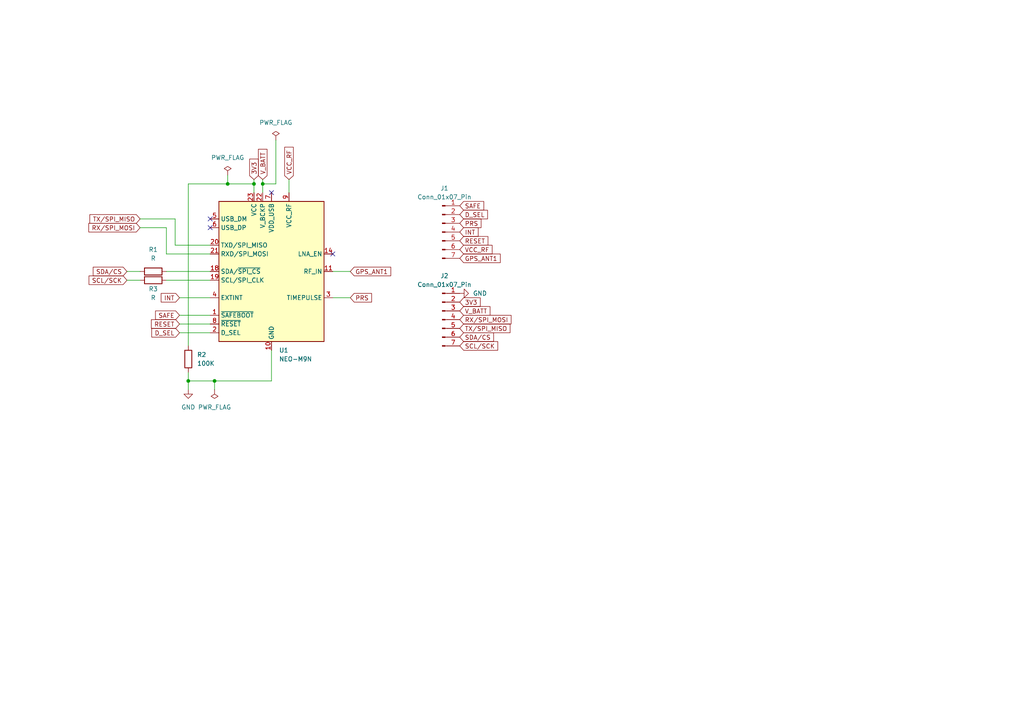
<source format=kicad_sch>
(kicad_sch
	(version 20231120)
	(generator "eeschema")
	(generator_version "8.0")
	(uuid "6b281e19-a04b-4341-9d02-d4c5851e326b")
	(paper "A4")
	(lib_symbols
		(symbol "Connector:Conn_01x07_Pin"
			(pin_names
				(offset 1.016) hide)
			(exclude_from_sim no)
			(in_bom yes)
			(on_board yes)
			(property "Reference" "J"
				(at 0 10.16 0)
				(effects
					(font
						(size 1.27 1.27)
					)
				)
			)
			(property "Value" "Conn_01x07_Pin"
				(at 0 -10.16 0)
				(effects
					(font
						(size 1.27 1.27)
					)
				)
			)
			(property "Footprint" ""
				(at 0 0 0)
				(effects
					(font
						(size 1.27 1.27)
					)
					(hide yes)
				)
			)
			(property "Datasheet" "~"
				(at 0 0 0)
				(effects
					(font
						(size 1.27 1.27)
					)
					(hide yes)
				)
			)
			(property "Description" "Generic connector, single row, 01x07, script generated"
				(at 0 0 0)
				(effects
					(font
						(size 1.27 1.27)
					)
					(hide yes)
				)
			)
			(property "ki_locked" ""
				(at 0 0 0)
				(effects
					(font
						(size 1.27 1.27)
					)
				)
			)
			(property "ki_keywords" "connector"
				(at 0 0 0)
				(effects
					(font
						(size 1.27 1.27)
					)
					(hide yes)
				)
			)
			(property "ki_fp_filters" "Connector*:*_1x??_*"
				(at 0 0 0)
				(effects
					(font
						(size 1.27 1.27)
					)
					(hide yes)
				)
			)
			(symbol "Conn_01x07_Pin_1_1"
				(polyline
					(pts
						(xy 1.27 -7.62) (xy 0.8636 -7.62)
					)
					(stroke
						(width 0.1524)
						(type default)
					)
					(fill
						(type none)
					)
				)
				(polyline
					(pts
						(xy 1.27 -5.08) (xy 0.8636 -5.08)
					)
					(stroke
						(width 0.1524)
						(type default)
					)
					(fill
						(type none)
					)
				)
				(polyline
					(pts
						(xy 1.27 -2.54) (xy 0.8636 -2.54)
					)
					(stroke
						(width 0.1524)
						(type default)
					)
					(fill
						(type none)
					)
				)
				(polyline
					(pts
						(xy 1.27 0) (xy 0.8636 0)
					)
					(stroke
						(width 0.1524)
						(type default)
					)
					(fill
						(type none)
					)
				)
				(polyline
					(pts
						(xy 1.27 2.54) (xy 0.8636 2.54)
					)
					(stroke
						(width 0.1524)
						(type default)
					)
					(fill
						(type none)
					)
				)
				(polyline
					(pts
						(xy 1.27 5.08) (xy 0.8636 5.08)
					)
					(stroke
						(width 0.1524)
						(type default)
					)
					(fill
						(type none)
					)
				)
				(polyline
					(pts
						(xy 1.27 7.62) (xy 0.8636 7.62)
					)
					(stroke
						(width 0.1524)
						(type default)
					)
					(fill
						(type none)
					)
				)
				(rectangle
					(start 0.8636 -7.493)
					(end 0 -7.747)
					(stroke
						(width 0.1524)
						(type default)
					)
					(fill
						(type outline)
					)
				)
				(rectangle
					(start 0.8636 -4.953)
					(end 0 -5.207)
					(stroke
						(width 0.1524)
						(type default)
					)
					(fill
						(type outline)
					)
				)
				(rectangle
					(start 0.8636 -2.413)
					(end 0 -2.667)
					(stroke
						(width 0.1524)
						(type default)
					)
					(fill
						(type outline)
					)
				)
				(rectangle
					(start 0.8636 0.127)
					(end 0 -0.127)
					(stroke
						(width 0.1524)
						(type default)
					)
					(fill
						(type outline)
					)
				)
				(rectangle
					(start 0.8636 2.667)
					(end 0 2.413)
					(stroke
						(width 0.1524)
						(type default)
					)
					(fill
						(type outline)
					)
				)
				(rectangle
					(start 0.8636 5.207)
					(end 0 4.953)
					(stroke
						(width 0.1524)
						(type default)
					)
					(fill
						(type outline)
					)
				)
				(rectangle
					(start 0.8636 7.747)
					(end 0 7.493)
					(stroke
						(width 0.1524)
						(type default)
					)
					(fill
						(type outline)
					)
				)
				(pin passive line
					(at 5.08 7.62 180)
					(length 3.81)
					(name "Pin_1"
						(effects
							(font
								(size 1.27 1.27)
							)
						)
					)
					(number "1"
						(effects
							(font
								(size 1.27 1.27)
							)
						)
					)
				)
				(pin passive line
					(at 5.08 5.08 180)
					(length 3.81)
					(name "Pin_2"
						(effects
							(font
								(size 1.27 1.27)
							)
						)
					)
					(number "2"
						(effects
							(font
								(size 1.27 1.27)
							)
						)
					)
				)
				(pin passive line
					(at 5.08 2.54 180)
					(length 3.81)
					(name "Pin_3"
						(effects
							(font
								(size 1.27 1.27)
							)
						)
					)
					(number "3"
						(effects
							(font
								(size 1.27 1.27)
							)
						)
					)
				)
				(pin passive line
					(at 5.08 0 180)
					(length 3.81)
					(name "Pin_4"
						(effects
							(font
								(size 1.27 1.27)
							)
						)
					)
					(number "4"
						(effects
							(font
								(size 1.27 1.27)
							)
						)
					)
				)
				(pin passive line
					(at 5.08 -2.54 180)
					(length 3.81)
					(name "Pin_5"
						(effects
							(font
								(size 1.27 1.27)
							)
						)
					)
					(number "5"
						(effects
							(font
								(size 1.27 1.27)
							)
						)
					)
				)
				(pin passive line
					(at 5.08 -5.08 180)
					(length 3.81)
					(name "Pin_6"
						(effects
							(font
								(size 1.27 1.27)
							)
						)
					)
					(number "6"
						(effects
							(font
								(size 1.27 1.27)
							)
						)
					)
				)
				(pin passive line
					(at 5.08 -7.62 180)
					(length 3.81)
					(name "Pin_7"
						(effects
							(font
								(size 1.27 1.27)
							)
						)
					)
					(number "7"
						(effects
							(font
								(size 1.27 1.27)
							)
						)
					)
				)
			)
		)
		(symbol "Device:R"
			(pin_numbers hide)
			(pin_names
				(offset 0)
			)
			(exclude_from_sim no)
			(in_bom yes)
			(on_board yes)
			(property "Reference" "R"
				(at 2.032 0 90)
				(effects
					(font
						(size 1.27 1.27)
					)
				)
			)
			(property "Value" "R"
				(at 0 0 90)
				(effects
					(font
						(size 1.27 1.27)
					)
				)
			)
			(property "Footprint" ""
				(at -1.778 0 90)
				(effects
					(font
						(size 1.27 1.27)
					)
					(hide yes)
				)
			)
			(property "Datasheet" "~"
				(at 0 0 0)
				(effects
					(font
						(size 1.27 1.27)
					)
					(hide yes)
				)
			)
			(property "Description" "Resistor"
				(at 0 0 0)
				(effects
					(font
						(size 1.27 1.27)
					)
					(hide yes)
				)
			)
			(property "ki_keywords" "R res resistor"
				(at 0 0 0)
				(effects
					(font
						(size 1.27 1.27)
					)
					(hide yes)
				)
			)
			(property "ki_fp_filters" "R_*"
				(at 0 0 0)
				(effects
					(font
						(size 1.27 1.27)
					)
					(hide yes)
				)
			)
			(symbol "R_0_1"
				(rectangle
					(start -1.016 -2.54)
					(end 1.016 2.54)
					(stroke
						(width 0.254)
						(type default)
					)
					(fill
						(type none)
					)
				)
			)
			(symbol "R_1_1"
				(pin passive line
					(at 0 3.81 270)
					(length 1.27)
					(name "~"
						(effects
							(font
								(size 1.27 1.27)
							)
						)
					)
					(number "1"
						(effects
							(font
								(size 1.27 1.27)
							)
						)
					)
				)
				(pin passive line
					(at 0 -3.81 90)
					(length 1.27)
					(name "~"
						(effects
							(font
								(size 1.27 1.27)
							)
						)
					)
					(number "2"
						(effects
							(font
								(size 1.27 1.27)
							)
						)
					)
				)
			)
		)
		(symbol "RF_GPS:NEO-M9N"
			(exclude_from_sim no)
			(in_bom yes)
			(on_board yes)
			(property "Reference" "U"
				(at -13.97 21.59 0)
				(effects
					(font
						(size 1.27 1.27)
					)
				)
			)
			(property "Value" "NEO-M9N"
				(at 11.43 21.59 0)
				(effects
					(font
						(size 1.27 1.27)
					)
				)
			)
			(property "Footprint" "RF_GPS:ublox_NEO"
				(at 10.16 -21.59 0)
				(effects
					(font
						(size 1.27 1.27)
					)
					(hide yes)
				)
			)
			(property "Datasheet" "https://www.u-blox.com/sites/default/files/NEO-M9N-00B_DataSheet_UBX-19014285.pdf"
				(at 0 0 0)
				(effects
					(font
						(size 1.27 1.27)
					)
					(hide yes)
				)
			)
			(property "Description" "GNSS Module NEO M8, VCC 2.7V to 3.6V"
				(at 0 0 0)
				(effects
					(font
						(size 1.27 1.27)
					)
					(hide yes)
				)
			)
			(property "ki_keywords" "ublox GPS GNSS module"
				(at 0 0 0)
				(effects
					(font
						(size 1.27 1.27)
					)
					(hide yes)
				)
			)
			(property "ki_fp_filters" "ublox*NEO*"
				(at 0 0 0)
				(effects
					(font
						(size 1.27 1.27)
					)
					(hide yes)
				)
			)
			(symbol "NEO-M9N_0_1"
				(rectangle
					(start -15.24 20.32)
					(end 15.24 -20.32)
					(stroke
						(width 0.254)
						(type default)
					)
					(fill
						(type background)
					)
				)
			)
			(symbol "NEO-M9N_1_1"
				(pin input line
					(at -17.78 -12.7 0)
					(length 2.54)
					(name "~{SAFEBOOT}"
						(effects
							(font
								(size 1.27 1.27)
							)
						)
					)
					(number "1"
						(effects
							(font
								(size 1.27 1.27)
							)
						)
					)
				)
				(pin power_in line
					(at 0 -22.86 90)
					(length 2.54)
					(name "GND"
						(effects
							(font
								(size 1.27 1.27)
							)
						)
					)
					(number "10"
						(effects
							(font
								(size 1.27 1.27)
							)
						)
					)
				)
				(pin input line
					(at 17.78 0 180)
					(length 2.54)
					(name "RF_IN"
						(effects
							(font
								(size 1.27 1.27)
							)
						)
					)
					(number "11"
						(effects
							(font
								(size 1.27 1.27)
							)
						)
					)
				)
				(pin passive line
					(at 0 -22.86 90)
					(length 2.54) hide
					(name "GND"
						(effects
							(font
								(size 1.27 1.27)
							)
						)
					)
					(number "12"
						(effects
							(font
								(size 1.27 1.27)
							)
						)
					)
				)
				(pin passive line
					(at 0 -22.86 90)
					(length 2.54) hide
					(name "GND"
						(effects
							(font
								(size 1.27 1.27)
							)
						)
					)
					(number "13"
						(effects
							(font
								(size 1.27 1.27)
							)
						)
					)
				)
				(pin output line
					(at 17.78 5.08 180)
					(length 2.54)
					(name "LNA_EN"
						(effects
							(font
								(size 1.27 1.27)
							)
						)
					)
					(number "14"
						(effects
							(font
								(size 1.27 1.27)
							)
						)
					)
				)
				(pin no_connect line
					(at 15.24 -10.16 180)
					(length 2.54) hide
					(name "RESERVED"
						(effects
							(font
								(size 1.27 1.27)
							)
						)
					)
					(number "15"
						(effects
							(font
								(size 1.27 1.27)
							)
						)
					)
				)
				(pin no_connect line
					(at 15.24 -12.7 180)
					(length 2.54) hide
					(name "RESERVED"
						(effects
							(font
								(size 1.27 1.27)
							)
						)
					)
					(number "16"
						(effects
							(font
								(size 1.27 1.27)
							)
						)
					)
				)
				(pin no_connect line
					(at 15.24 -15.24 180)
					(length 2.54) hide
					(name "RESERVED"
						(effects
							(font
								(size 1.27 1.27)
							)
						)
					)
					(number "17"
						(effects
							(font
								(size 1.27 1.27)
							)
						)
					)
				)
				(pin bidirectional line
					(at -17.78 0 0)
					(length 2.54)
					(name "SDA/~{SPI_CS}"
						(effects
							(font
								(size 1.27 1.27)
							)
						)
					)
					(number "18"
						(effects
							(font
								(size 1.27 1.27)
							)
						)
					)
				)
				(pin input line
					(at -17.78 -2.54 0)
					(length 2.54)
					(name "SCL/SPI_CLK"
						(effects
							(font
								(size 1.27 1.27)
							)
						)
					)
					(number "19"
						(effects
							(font
								(size 1.27 1.27)
							)
						)
					)
				)
				(pin input line
					(at -17.78 -17.78 0)
					(length 2.54)
					(name "D_SEL"
						(effects
							(font
								(size 1.27 1.27)
							)
						)
					)
					(number "2"
						(effects
							(font
								(size 1.27 1.27)
							)
						)
					)
				)
				(pin output line
					(at -17.78 7.62 0)
					(length 2.54)
					(name "TXD/SPI_MISO"
						(effects
							(font
								(size 1.27 1.27)
							)
						)
					)
					(number "20"
						(effects
							(font
								(size 1.27 1.27)
							)
						)
					)
				)
				(pin input line
					(at -17.78 5.08 0)
					(length 2.54)
					(name "RXD/SPI_MOSI"
						(effects
							(font
								(size 1.27 1.27)
							)
						)
					)
					(number "21"
						(effects
							(font
								(size 1.27 1.27)
							)
						)
					)
				)
				(pin power_in line
					(at -2.54 22.86 270)
					(length 2.54)
					(name "V_BCKP"
						(effects
							(font
								(size 1.27 1.27)
							)
						)
					)
					(number "22"
						(effects
							(font
								(size 1.27 1.27)
							)
						)
					)
				)
				(pin power_in line
					(at -5.08 22.86 270)
					(length 2.54)
					(name "VCC"
						(effects
							(font
								(size 1.27 1.27)
							)
						)
					)
					(number "23"
						(effects
							(font
								(size 1.27 1.27)
							)
						)
					)
				)
				(pin passive line
					(at 0 -22.86 90)
					(length 2.54) hide
					(name "GND"
						(effects
							(font
								(size 1.27 1.27)
							)
						)
					)
					(number "24"
						(effects
							(font
								(size 1.27 1.27)
							)
						)
					)
				)
				(pin output line
					(at 17.78 -7.62 180)
					(length 2.54)
					(name "TIMEPULSE"
						(effects
							(font
								(size 1.27 1.27)
							)
						)
					)
					(number "3"
						(effects
							(font
								(size 1.27 1.27)
							)
						)
					)
				)
				(pin input line
					(at -17.78 -7.62 0)
					(length 2.54)
					(name "EXTINT"
						(effects
							(font
								(size 1.27 1.27)
							)
						)
					)
					(number "4"
						(effects
							(font
								(size 1.27 1.27)
							)
						)
					)
				)
				(pin bidirectional line
					(at -17.78 15.24 0)
					(length 2.54)
					(name "USB_DM"
						(effects
							(font
								(size 1.27 1.27)
							)
						)
					)
					(number "5"
						(effects
							(font
								(size 1.27 1.27)
							)
						)
					)
				)
				(pin bidirectional line
					(at -17.78 12.7 0)
					(length 2.54)
					(name "USB_DP"
						(effects
							(font
								(size 1.27 1.27)
							)
						)
					)
					(number "6"
						(effects
							(font
								(size 1.27 1.27)
							)
						)
					)
				)
				(pin power_in line
					(at 0 22.86 270)
					(length 2.54)
					(name "VDD_USB"
						(effects
							(font
								(size 1.27 1.27)
							)
						)
					)
					(number "7"
						(effects
							(font
								(size 1.27 1.27)
							)
						)
					)
				)
				(pin input line
					(at -17.78 -15.24 0)
					(length 2.54)
					(name "~{RESET}"
						(effects
							(font
								(size 1.27 1.27)
							)
						)
					)
					(number "8"
						(effects
							(font
								(size 1.27 1.27)
							)
						)
					)
				)
				(pin power_out line
					(at 5.08 22.86 270)
					(length 2.54)
					(name "VCC_RF"
						(effects
							(font
								(size 1.27 1.27)
							)
						)
					)
					(number "9"
						(effects
							(font
								(size 1.27 1.27)
							)
						)
					)
				)
			)
		)
		(symbol "power:GND"
			(power)
			(pin_names
				(offset 0)
			)
			(exclude_from_sim no)
			(in_bom yes)
			(on_board yes)
			(property "Reference" "#PWR"
				(at 0 -6.35 0)
				(effects
					(font
						(size 1.27 1.27)
					)
					(hide yes)
				)
			)
			(property "Value" "GND"
				(at 0 -3.81 0)
				(effects
					(font
						(size 1.27 1.27)
					)
				)
			)
			(property "Footprint" ""
				(at 0 0 0)
				(effects
					(font
						(size 1.27 1.27)
					)
					(hide yes)
				)
			)
			(property "Datasheet" ""
				(at 0 0 0)
				(effects
					(font
						(size 1.27 1.27)
					)
					(hide yes)
				)
			)
			(property "Description" "Power symbol creates a global label with name \"GND\" , ground"
				(at 0 0 0)
				(effects
					(font
						(size 1.27 1.27)
					)
					(hide yes)
				)
			)
			(property "ki_keywords" "global power"
				(at 0 0 0)
				(effects
					(font
						(size 1.27 1.27)
					)
					(hide yes)
				)
			)
			(symbol "GND_0_1"
				(polyline
					(pts
						(xy 0 0) (xy 0 -1.27) (xy 1.27 -1.27) (xy 0 -2.54) (xy -1.27 -1.27) (xy 0 -1.27)
					)
					(stroke
						(width 0)
						(type default)
					)
					(fill
						(type none)
					)
				)
			)
			(symbol "GND_1_1"
				(pin power_in line
					(at 0 0 270)
					(length 0) hide
					(name "GND"
						(effects
							(font
								(size 1.27 1.27)
							)
						)
					)
					(number "1"
						(effects
							(font
								(size 1.27 1.27)
							)
						)
					)
				)
			)
		)
		(symbol "power:PWR_FLAG"
			(power)
			(pin_numbers hide)
			(pin_names
				(offset 0) hide)
			(exclude_from_sim no)
			(in_bom yes)
			(on_board yes)
			(property "Reference" "#FLG"
				(at 0 1.905 0)
				(effects
					(font
						(size 1.27 1.27)
					)
					(hide yes)
				)
			)
			(property "Value" "PWR_FLAG"
				(at 0 3.81 0)
				(effects
					(font
						(size 1.27 1.27)
					)
				)
			)
			(property "Footprint" ""
				(at 0 0 0)
				(effects
					(font
						(size 1.27 1.27)
					)
					(hide yes)
				)
			)
			(property "Datasheet" "~"
				(at 0 0 0)
				(effects
					(font
						(size 1.27 1.27)
					)
					(hide yes)
				)
			)
			(property "Description" "Special symbol for telling ERC where power comes from"
				(at 0 0 0)
				(effects
					(font
						(size 1.27 1.27)
					)
					(hide yes)
				)
			)
			(property "ki_keywords" "flag power"
				(at 0 0 0)
				(effects
					(font
						(size 1.27 1.27)
					)
					(hide yes)
				)
			)
			(symbol "PWR_FLAG_0_0"
				(pin power_out line
					(at 0 0 90)
					(length 0)
					(name "pwr"
						(effects
							(font
								(size 1.27 1.27)
							)
						)
					)
					(number "1"
						(effects
							(font
								(size 1.27 1.27)
							)
						)
					)
				)
			)
			(symbol "PWR_FLAG_0_1"
				(polyline
					(pts
						(xy 0 0) (xy 0 1.27) (xy -1.016 1.905) (xy 0 2.54) (xy 1.016 1.905) (xy 0 1.27)
					)
					(stroke
						(width 0)
						(type default)
					)
					(fill
						(type none)
					)
				)
			)
		)
	)
	(junction
		(at 54.61 110.49)
		(diameter 0)
		(color 0 0 0 0)
		(uuid "599e782e-e609-416b-a1fa-bc7b7d928e70")
	)
	(junction
		(at 66.04 53.34)
		(diameter 0)
		(color 0 0 0 0)
		(uuid "6246bc07-7795-4fd2-bd4a-358f9ea64da0")
	)
	(junction
		(at 73.66 53.34)
		(diameter 0)
		(color 0 0 0 0)
		(uuid "84ae4eb2-9848-4cb3-b426-483907a5b00a")
	)
	(junction
		(at 76.2 53.34)
		(diameter 0)
		(color 0 0 0 0)
		(uuid "e81905bd-32d7-41e2-91d5-198a6ddf7fa5")
	)
	(junction
		(at 62.23 110.49)
		(diameter 0)
		(color 0 0 0 0)
		(uuid "eb28ea0e-dfcb-402d-b382-139bc424559e")
	)
	(no_connect
		(at 60.96 63.5)
		(uuid "7372db11-3b9b-4876-ba8d-0ec95462de4b")
	)
	(no_connect
		(at 78.74 55.88)
		(uuid "80bf3441-a3bd-4d76-b06f-85d7b187a18e")
	)
	(no_connect
		(at 96.52 73.66)
		(uuid "dd76244d-2aeb-47d8-a447-78407c366fda")
	)
	(no_connect
		(at 60.96 66.04)
		(uuid "f577ac94-ee67-4cee-87b1-dcf2fa34a9da")
	)
	(wire
		(pts
			(xy 66.04 50.8) (xy 66.04 53.34)
		)
		(stroke
			(width 0)
			(type default)
		)
		(uuid "05dc70dc-a0e1-47f5-97fa-f0b20cc74916")
	)
	(wire
		(pts
			(xy 78.74 101.6) (xy 78.74 110.49)
		)
		(stroke
			(width 0)
			(type default)
		)
		(uuid "147326c9-5e48-442a-aa45-4b64fbd482cd")
	)
	(wire
		(pts
			(xy 36.83 78.74) (xy 40.64 78.74)
		)
		(stroke
			(width 0)
			(type default)
		)
		(uuid "19e1e74b-0d9f-47cf-8b27-5672f23e18da")
	)
	(wire
		(pts
			(xy 60.96 71.12) (xy 50.8 71.12)
		)
		(stroke
			(width 0)
			(type default)
		)
		(uuid "1fbcb1b7-88ff-473c-8855-da30024ced90")
	)
	(wire
		(pts
			(xy 50.8 71.12) (xy 50.8 63.5)
		)
		(stroke
			(width 0)
			(type default)
		)
		(uuid "26cb624c-cb47-4108-b600-f8e1061916b1")
	)
	(wire
		(pts
			(xy 48.26 81.28) (xy 60.96 81.28)
		)
		(stroke
			(width 0)
			(type default)
		)
		(uuid "2b54e77e-ebb0-4165-b9ae-2739936e2af8")
	)
	(wire
		(pts
			(xy 78.74 110.49) (xy 62.23 110.49)
		)
		(stroke
			(width 0)
			(type default)
		)
		(uuid "332ada75-8673-48bc-8591-cd096530e566")
	)
	(wire
		(pts
			(xy 52.07 93.98) (xy 60.96 93.98)
		)
		(stroke
			(width 0)
			(type default)
		)
		(uuid "38d6be9c-5aa5-4241-9557-5350b1303c2b")
	)
	(wire
		(pts
			(xy 80.01 40.64) (xy 80.01 53.34)
		)
		(stroke
			(width 0)
			(type default)
		)
		(uuid "3c6b33d3-823d-4986-85c6-2755a7e81c80")
	)
	(wire
		(pts
			(xy 52.07 86.36) (xy 60.96 86.36)
		)
		(stroke
			(width 0)
			(type default)
		)
		(uuid "422c7f64-55e0-470d-91b1-a7051f3973aa")
	)
	(wire
		(pts
			(xy 76.2 53.34) (xy 76.2 55.88)
		)
		(stroke
			(width 0)
			(type default)
		)
		(uuid "4569b613-2261-44b8-a8b2-5c14afe16f85")
	)
	(wire
		(pts
			(xy 48.26 78.74) (xy 60.96 78.74)
		)
		(stroke
			(width 0)
			(type default)
		)
		(uuid "460ab681-ac2b-44c7-a1aa-308e37c295b4")
	)
	(wire
		(pts
			(xy 40.64 63.5) (xy 50.8 63.5)
		)
		(stroke
			(width 0)
			(type default)
		)
		(uuid "526be191-0f50-4a3e-ba50-2987dc12c390")
	)
	(wire
		(pts
			(xy 52.07 91.44) (xy 60.96 91.44)
		)
		(stroke
			(width 0)
			(type default)
		)
		(uuid "6e92f83e-345e-43b6-a9df-d818aadafd10")
	)
	(wire
		(pts
			(xy 54.61 110.49) (xy 54.61 113.03)
		)
		(stroke
			(width 0)
			(type default)
		)
		(uuid "773a0ac0-13df-4d25-9b3d-7a12dbb60f91")
	)
	(wire
		(pts
			(xy 54.61 100.33) (xy 54.61 53.34)
		)
		(stroke
			(width 0)
			(type default)
		)
		(uuid "781bfcb8-19fe-4c57-a577-593ef883a8b3")
	)
	(wire
		(pts
			(xy 96.52 86.36) (xy 101.6 86.36)
		)
		(stroke
			(width 0)
			(type default)
		)
		(uuid "8a6965f4-03d7-4a22-b9d7-5ed156aa880e")
	)
	(wire
		(pts
			(xy 76.2 52.07) (xy 76.2 53.34)
		)
		(stroke
			(width 0)
			(type default)
		)
		(uuid "8a783db8-2718-4811-b48f-382248c4325f")
	)
	(wire
		(pts
			(xy 66.04 53.34) (xy 73.66 53.34)
		)
		(stroke
			(width 0)
			(type default)
		)
		(uuid "8c39dcfc-1ce6-4670-b046-26d7f07a0ddc")
	)
	(wire
		(pts
			(xy 48.26 73.66) (xy 48.26 66.04)
		)
		(stroke
			(width 0)
			(type default)
		)
		(uuid "922d567b-d234-4f90-8749-3cd610cb111c")
	)
	(wire
		(pts
			(xy 36.83 81.28) (xy 40.64 81.28)
		)
		(stroke
			(width 0)
			(type default)
		)
		(uuid "926b1a31-f4d1-4522-84ad-c6bf4f7403ba")
	)
	(wire
		(pts
			(xy 62.23 110.49) (xy 62.23 113.03)
		)
		(stroke
			(width 0)
			(type default)
		)
		(uuid "9a5f19c8-f3c8-4b7f-a78a-57ca330157d2")
	)
	(wire
		(pts
			(xy 52.07 96.52) (xy 60.96 96.52)
		)
		(stroke
			(width 0)
			(type default)
		)
		(uuid "a22b6d55-f7ab-48ca-9061-58ace108cd4e")
	)
	(wire
		(pts
			(xy 54.61 107.95) (xy 54.61 110.49)
		)
		(stroke
			(width 0)
			(type default)
		)
		(uuid "a5f82ff4-a52d-483a-9a33-f43a9f8952d8")
	)
	(wire
		(pts
			(xy 60.96 73.66) (xy 48.26 73.66)
		)
		(stroke
			(width 0)
			(type default)
		)
		(uuid "af1a0886-30a3-4679-9dca-48d2c96f8ed1")
	)
	(wire
		(pts
			(xy 83.82 55.88) (xy 83.82 52.07)
		)
		(stroke
			(width 0)
			(type default)
		)
		(uuid "b511e2e0-28bc-42da-96a3-c6a5106a693c")
	)
	(wire
		(pts
			(xy 96.52 78.74) (xy 101.6 78.74)
		)
		(stroke
			(width 0)
			(type default)
		)
		(uuid "b7a43a86-7915-4e40-a0ab-ee534b9a2a2a")
	)
	(wire
		(pts
			(xy 62.23 110.49) (xy 54.61 110.49)
		)
		(stroke
			(width 0)
			(type default)
		)
		(uuid "bcfc2e09-4332-435c-a1e3-8860ffa98ad2")
	)
	(wire
		(pts
			(xy 80.01 53.34) (xy 76.2 53.34)
		)
		(stroke
			(width 0)
			(type default)
		)
		(uuid "d079627f-4138-4c2b-a3aa-da534f981697")
	)
	(wire
		(pts
			(xy 73.66 53.34) (xy 73.66 52.07)
		)
		(stroke
			(width 0)
			(type default)
		)
		(uuid "de1c8a4f-58d6-4e4d-bb0b-44feab52f3b0")
	)
	(wire
		(pts
			(xy 54.61 53.34) (xy 66.04 53.34)
		)
		(stroke
			(width 0)
			(type default)
		)
		(uuid "eb8d9731-f016-46d7-82a3-eb77fc186ba1")
	)
	(wire
		(pts
			(xy 73.66 55.88) (xy 73.66 53.34)
		)
		(stroke
			(width 0)
			(type default)
		)
		(uuid "ebebee1e-df43-40d6-9c9b-8650065ac393")
	)
	(wire
		(pts
			(xy 40.64 66.04) (xy 48.26 66.04)
		)
		(stroke
			(width 0)
			(type default)
		)
		(uuid "f7f5d673-d93f-4752-bced-1057c172a5f5")
	)
	(global_label "SAFE"
		(shape input)
		(at 133.35 59.69 0)
		(fields_autoplaced yes)
		(effects
			(font
				(size 1.27 1.27)
			)
			(justify left)
		)
		(uuid "19a6d567-4ae1-4f48-81a9-f0ffd8f7128c")
		(property "Intersheetrefs" "${INTERSHEET_REFS}"
			(at 140.8709 59.69 0)
			(effects
				(font
					(size 1.27 1.27)
				)
				(justify left)
				(hide yes)
			)
		)
	)
	(global_label "GPS_ANT1"
		(shape input)
		(at 101.6 78.74 0)
		(fields_autoplaced yes)
		(effects
			(font
				(size 1.27 1.27)
			)
			(justify left)
		)
		(uuid "47ba9856-b6e8-4f90-a33e-cf34a2c210bb")
		(property "Intersheetrefs" "${INTERSHEET_REFS}"
			(at 113.8985 78.74 0)
			(effects
				(font
					(size 1.27 1.27)
				)
				(justify left)
				(hide yes)
			)
		)
	)
	(global_label "SDA{slash}CS"
		(shape input)
		(at 36.83 78.74 180)
		(fields_autoplaced yes)
		(effects
			(font
				(size 1.27 1.27)
			)
			(justify right)
		)
		(uuid "485a6224-aa0f-4c10-bb59-ab5178347840")
		(property "Intersheetrefs" "${INTERSHEET_REFS}"
			(at 26.4667 78.74 0)
			(effects
				(font
					(size 1.27 1.27)
				)
				(justify right)
				(hide yes)
			)
		)
	)
	(global_label "D_SEL"
		(shape input)
		(at 52.07 96.52 180)
		(fields_autoplaced yes)
		(effects
			(font
				(size 1.27 1.27)
			)
			(justify right)
		)
		(uuid "57339140-b41f-44ac-8a15-d61db1d00911")
		(property "Intersheetrefs" "${INTERSHEET_REFS}"
			(at 43.4606 96.52 0)
			(effects
				(font
					(size 1.27 1.27)
				)
				(justify right)
				(hide yes)
			)
		)
	)
	(global_label "VCC_RF"
		(shape input)
		(at 133.35 72.39 0)
		(fields_autoplaced yes)
		(effects
			(font
				(size 1.27 1.27)
			)
			(justify left)
		)
		(uuid "5d9c9131-f98c-453e-b7f8-6ee3b75f5fc5")
		(property "Intersheetrefs" "${INTERSHEET_REFS}"
			(at 143.29 72.39 0)
			(effects
				(font
					(size 1.27 1.27)
				)
				(justify left)
				(hide yes)
			)
		)
	)
	(global_label "RX{slash}SPI_MOSI"
		(shape input)
		(at 133.35 92.71 0)
		(fields_autoplaced yes)
		(effects
			(font
				(size 1.27 1.27)
			)
			(justify left)
		)
		(uuid "69e50831-717f-49c7-b22c-001a91c0adec")
		(property "Intersheetrefs" "${INTERSHEET_REFS}"
			(at 148.7933 92.71 0)
			(effects
				(font
					(size 1.27 1.27)
				)
				(justify left)
				(hide yes)
			)
		)
	)
	(global_label "GPS_ANT1"
		(shape input)
		(at 133.35 74.93 0)
		(fields_autoplaced yes)
		(effects
			(font
				(size 1.27 1.27)
			)
			(justify left)
		)
		(uuid "84ed9420-a956-4eaf-9f50-f9526cec1c25")
		(property "Intersheetrefs" "${INTERSHEET_REFS}"
			(at 145.6485 74.93 0)
			(effects
				(font
					(size 1.27 1.27)
				)
				(justify left)
				(hide yes)
			)
		)
	)
	(global_label "RESET"
		(shape input)
		(at 52.07 93.98 180)
		(fields_autoplaced yes)
		(effects
			(font
				(size 1.27 1.27)
			)
			(justify right)
		)
		(uuid "88fe9de0-98c5-4f28-8b45-10ce49115c15")
		(property "Intersheetrefs" "${INTERSHEET_REFS}"
			(at 43.3397 93.98 0)
			(effects
				(font
					(size 1.27 1.27)
				)
				(justify right)
				(hide yes)
			)
		)
	)
	(global_label "TX{slash}SPI_MISO"
		(shape input)
		(at 133.35 95.25 0)
		(fields_autoplaced yes)
		(effects
			(font
				(size 1.27 1.27)
			)
			(justify left)
		)
		(uuid "8e9f654c-3d95-49d1-941c-cb849f014141")
		(property "Intersheetrefs" "${INTERSHEET_REFS}"
			(at 148.4909 95.25 0)
			(effects
				(font
					(size 1.27 1.27)
				)
				(justify left)
				(hide yes)
			)
		)
	)
	(global_label "D_SEL"
		(shape input)
		(at 133.35 62.23 0)
		(fields_autoplaced yes)
		(effects
			(font
				(size 1.27 1.27)
			)
			(justify left)
		)
		(uuid "95e26d24-7588-4302-8606-397f8a13bbb9")
		(property "Intersheetrefs" "${INTERSHEET_REFS}"
			(at 141.9594 62.23 0)
			(effects
				(font
					(size 1.27 1.27)
				)
				(justify left)
				(hide yes)
			)
		)
	)
	(global_label "V_BATT"
		(shape input)
		(at 133.35 90.17 0)
		(fields_autoplaced yes)
		(effects
			(font
				(size 1.27 1.27)
			)
			(justify left)
		)
		(uuid "9c9fa89f-aa8a-467e-a47b-aef3ec836589")
		(property "Intersheetrefs" "${INTERSHEET_REFS}"
			(at 142.6852 90.17 0)
			(effects
				(font
					(size 1.27 1.27)
				)
				(justify left)
				(hide yes)
			)
		)
	)
	(global_label "PRS"
		(shape input)
		(at 101.6 86.36 0)
		(fields_autoplaced yes)
		(effects
			(font
				(size 1.27 1.27)
			)
			(justify left)
		)
		(uuid "9dc10a48-9118-4d7f-b0f0-5a8212963152")
		(property "Intersheetrefs" "${INTERSHEET_REFS}"
			(at 108.3347 86.36 0)
			(effects
				(font
					(size 1.27 1.27)
				)
				(justify left)
				(hide yes)
			)
		)
	)
	(global_label "V_BATT"
		(shape input)
		(at 76.2 52.07 90)
		(fields_autoplaced yes)
		(effects
			(font
				(size 1.27 1.27)
			)
			(justify left)
		)
		(uuid "9ea6ce92-68d1-41c3-8bcf-4258c0eaf6ef")
		(property "Intersheetrefs" "${INTERSHEET_REFS}"
			(at 76.2 42.7348 90)
			(effects
				(font
					(size 1.27 1.27)
				)
				(justify left)
				(hide yes)
			)
		)
	)
	(global_label "SAFE"
		(shape input)
		(at 52.07 91.44 180)
		(fields_autoplaced yes)
		(effects
			(font
				(size 1.27 1.27)
			)
			(justify right)
		)
		(uuid "a1c555f9-a575-4714-8dbe-50452b639a4a")
		(property "Intersheetrefs" "${INTERSHEET_REFS}"
			(at 44.5491 91.44 0)
			(effects
				(font
					(size 1.27 1.27)
				)
				(justify right)
				(hide yes)
			)
		)
	)
	(global_label "TX{slash}SPI_MISO"
		(shape input)
		(at 40.64 63.5 180)
		(fields_autoplaced yes)
		(effects
			(font
				(size 1.27 1.27)
			)
			(justify right)
		)
		(uuid "a5ccade4-3ad6-45de-92b1-bc7d3daeb148")
		(property "Intersheetrefs" "${INTERSHEET_REFS}"
			(at 25.4991 63.5 0)
			(effects
				(font
					(size 1.27 1.27)
				)
				(justify right)
				(hide yes)
			)
		)
	)
	(global_label "SCL{slash}SCK"
		(shape input)
		(at 133.35 100.33 0)
		(fields_autoplaced yes)
		(effects
			(font
				(size 1.27 1.27)
			)
			(justify left)
		)
		(uuid "aa9890dc-2fdb-43a2-a8f7-fb8f24d45fe6")
		(property "Intersheetrefs" "${INTERSHEET_REFS}"
			(at 144.9228 100.33 0)
			(effects
				(font
					(size 1.27 1.27)
				)
				(justify left)
				(hide yes)
			)
		)
	)
	(global_label "3V3"
		(shape input)
		(at 73.66 52.07 90)
		(fields_autoplaced yes)
		(effects
			(font
				(size 1.27 1.27)
			)
			(justify left)
		)
		(uuid "ac67b17f-da9d-43b1-a202-b4aebe2b78ae")
		(property "Intersheetrefs" "${INTERSHEET_REFS}"
			(at 73.66 45.5772 90)
			(effects
				(font
					(size 1.27 1.27)
				)
				(justify left)
				(hide yes)
			)
		)
	)
	(global_label "SDA{slash}CS"
		(shape input)
		(at 133.35 97.79 0)
		(fields_autoplaced yes)
		(effects
			(font
				(size 1.27 1.27)
			)
			(justify left)
		)
		(uuid "adb24239-280f-4a66-ab02-6a5443837b93")
		(property "Intersheetrefs" "${INTERSHEET_REFS}"
			(at 143.7133 97.79 0)
			(effects
				(font
					(size 1.27 1.27)
				)
				(justify left)
				(hide yes)
			)
		)
	)
	(global_label "VCC_RF"
		(shape input)
		(at 83.82 52.07 90)
		(fields_autoplaced yes)
		(effects
			(font
				(size 1.27 1.27)
			)
			(justify left)
		)
		(uuid "c0055996-0def-45e9-ac73-3f9d695ae886")
		(property "Intersheetrefs" "${INTERSHEET_REFS}"
			(at 83.82 42.13 90)
			(effects
				(font
					(size 1.27 1.27)
				)
				(justify left)
				(hide yes)
			)
		)
	)
	(global_label "RX{slash}SPI_MOSI"
		(shape input)
		(at 40.64 66.04 180)
		(fields_autoplaced yes)
		(effects
			(font
				(size 1.27 1.27)
			)
			(justify right)
		)
		(uuid "d072d13d-1c1f-435d-9931-5bf788205ea4")
		(property "Intersheetrefs" "${INTERSHEET_REFS}"
			(at 25.1967 66.04 0)
			(effects
				(font
					(size 1.27 1.27)
				)
				(justify right)
				(hide yes)
			)
		)
	)
	(global_label "RESET"
		(shape input)
		(at 133.35 69.85 0)
		(fields_autoplaced yes)
		(effects
			(font
				(size 1.27 1.27)
			)
			(justify left)
		)
		(uuid "d6a72277-437c-4168-938e-ffa8cf07ce5c")
		(property "Intersheetrefs" "${INTERSHEET_REFS}"
			(at 142.0803 69.85 0)
			(effects
				(font
					(size 1.27 1.27)
				)
				(justify left)
				(hide yes)
			)
		)
	)
	(global_label "SCL{slash}SCK"
		(shape input)
		(at 36.83 81.28 180)
		(fields_autoplaced yes)
		(effects
			(font
				(size 1.27 1.27)
			)
			(justify right)
		)
		(uuid "e2bff65b-e54f-41a3-9a25-db185295caa1")
		(property "Intersheetrefs" "${INTERSHEET_REFS}"
			(at 25.2572 81.28 0)
			(effects
				(font
					(size 1.27 1.27)
				)
				(justify right)
				(hide yes)
			)
		)
	)
	(global_label "INT"
		(shape input)
		(at 52.07 86.36 180)
		(fields_autoplaced yes)
		(effects
			(font
				(size 1.27 1.27)
			)
			(justify right)
		)
		(uuid "ede970a0-e128-4ba4-b9d6-cfe557eeb716")
		(property "Intersheetrefs" "${INTERSHEET_REFS}"
			(at 46.1819 86.36 0)
			(effects
				(font
					(size 1.27 1.27)
				)
				(justify right)
				(hide yes)
			)
		)
	)
	(global_label "INT"
		(shape input)
		(at 133.35 67.31 0)
		(fields_autoplaced yes)
		(effects
			(font
				(size 1.27 1.27)
			)
			(justify left)
		)
		(uuid "f41be8e2-0c7a-49ac-add2-70cf66a44904")
		(property "Intersheetrefs" "${INTERSHEET_REFS}"
			(at 139.2381 67.31 0)
			(effects
				(font
					(size 1.27 1.27)
				)
				(justify left)
				(hide yes)
			)
		)
	)
	(global_label "3V3"
		(shape input)
		(at 133.35 87.63 0)
		(fields_autoplaced yes)
		(effects
			(font
				(size 1.27 1.27)
			)
			(justify left)
		)
		(uuid "fce8ae47-4fec-4a6f-8552-28dc37672ffb")
		(property "Intersheetrefs" "${INTERSHEET_REFS}"
			(at 139.8428 87.63 0)
			(effects
				(font
					(size 1.27 1.27)
				)
				(justify left)
				(hide yes)
			)
		)
	)
	(global_label "PRS"
		(shape input)
		(at 133.35 64.77 0)
		(fields_autoplaced yes)
		(effects
			(font
				(size 1.27 1.27)
			)
			(justify left)
		)
		(uuid "ff7aed54-af41-4b2f-8ea2-43189dfb0ea6")
		(property "Intersheetrefs" "${INTERSHEET_REFS}"
			(at 140.0847 64.77 0)
			(effects
				(font
					(size 1.27 1.27)
				)
				(justify left)
				(hide yes)
			)
		)
	)
	(symbol
		(lib_id "RF_GPS:NEO-M9N")
		(at 78.74 78.74 0)
		(unit 1)
		(exclude_from_sim no)
		(in_bom yes)
		(on_board yes)
		(dnp no)
		(fields_autoplaced yes)
		(uuid "10eccd3a-0160-48ae-aac4-6907be45b7e5")
		(property "Reference" "U1"
			(at 80.9341 101.6 0)
			(effects
				(font
					(size 1.27 1.27)
				)
				(justify left)
			)
		)
		(property "Value" "NEO-M9N"
			(at 80.9341 104.14 0)
			(effects
				(font
					(size 1.27 1.27)
				)
				(justify left)
			)
		)
		(property "Footprint" "RF_GPS:ublox_NEO"
			(at 88.9 100.33 0)
			(effects
				(font
					(size 1.27 1.27)
				)
				(hide yes)
			)
		)
		(property "Datasheet" "https://www.u-blox.com/sites/default/files/NEO-M9N-00B_DataSheet_UBX-19014285.pdf"
			(at 78.74 78.74 0)
			(effects
				(font
					(size 1.27 1.27)
				)
				(hide yes)
			)
		)
		(property "Description" ""
			(at 78.74 78.74 0)
			(effects
				(font
					(size 1.27 1.27)
				)
				(hide yes)
			)
		)
		(pin "1"
			(uuid "7bf6f9e8-8e6e-4810-a952-79749f04993e")
		)
		(pin "10"
			(uuid "0e2611e3-bf51-4ddf-b301-d192e1a3d2b7")
		)
		(pin "11"
			(uuid "2777e9e2-d351-4c83-b3b3-ce4de891793a")
		)
		(pin "12"
			(uuid "ef2ed8e4-0969-446d-9724-4d4e1e76aad9")
		)
		(pin "13"
			(uuid "6e2bfd9f-9a5f-4362-9387-4a09f4ebffac")
		)
		(pin "14"
			(uuid "a456d679-a6bc-4274-80de-7d95764c4b06")
		)
		(pin "15"
			(uuid "a8d22292-5081-4a00-9369-0e80a3ba159e")
		)
		(pin "16"
			(uuid "3a4c4418-602a-4906-b2e8-7c6c84899b90")
		)
		(pin "17"
			(uuid "07c76276-cd80-4b07-8581-9d7876ce2974")
		)
		(pin "18"
			(uuid "7f56fe71-8fcb-4f2e-bf3f-8f600a0102e6")
		)
		(pin "19"
			(uuid "480de010-f116-4901-b942-b0b88d7451c7")
		)
		(pin "2"
			(uuid "4e51ecea-add7-4a17-a259-81e7ef7e37a1")
		)
		(pin "20"
			(uuid "a8eb1939-e9f9-43d8-bff5-c130c518cf0a")
		)
		(pin "21"
			(uuid "f3c9d861-6ddb-48f6-a25b-b8a696d002d6")
		)
		(pin "22"
			(uuid "be59d5c3-0b56-4a85-a3bf-8a8564227a61")
		)
		(pin "23"
			(uuid "23706fcf-b1a8-41df-96f2-a451cc5cbac0")
		)
		(pin "24"
			(uuid "d515d68b-7fc4-4918-803b-43e50ad72544")
		)
		(pin "3"
			(uuid "7fe7df62-0037-46ef-9b75-165b64c13fe8")
		)
		(pin "4"
			(uuid "59e0fe58-2927-4279-b433-1dfb6807ca6b")
		)
		(pin "5"
			(uuid "faef4612-93ed-4dea-acd4-2e8d08a91b76")
		)
		(pin "6"
			(uuid "ba808da2-1b0f-4e1f-abea-ee907e41d761")
		)
		(pin "7"
			(uuid "8dce1d00-98af-43a4-b320-c7fa3546e7aa")
		)
		(pin "8"
			(uuid "4db42354-28c6-430d-914c-3ede19953a73")
		)
		(pin "9"
			(uuid "f4451a38-26c6-403a-8c38-98d1481125eb")
		)
		(instances
			(project "GPS"
				(path "/6b281e19-a04b-4341-9d02-d4c5851e326b"
					(reference "U1")
					(unit 1)
				)
			)
		)
	)
	(symbol
		(lib_id "Connector:Conn_01x07_Pin")
		(at 128.27 67.31 0)
		(unit 1)
		(exclude_from_sim no)
		(in_bom yes)
		(on_board yes)
		(dnp no)
		(fields_autoplaced yes)
		(uuid "3b06e5db-d611-4b13-bd42-994e3c3290f7")
		(property "Reference" "J1"
			(at 128.905 54.61 0)
			(effects
				(font
					(size 1.27 1.27)
				)
			)
		)
		(property "Value" "Conn_01x07_Pin"
			(at 128.905 57.15 0)
			(effects
				(font
					(size 1.27 1.27)
				)
			)
		)
		(property "Footprint" "Connector_PinHeader_2.54mm:PinHeader_1x07_P2.54mm_Vertical"
			(at 128.27 67.31 0)
			(effects
				(font
					(size 1.27 1.27)
				)
				(hide yes)
			)
		)
		(property "Datasheet" "~"
			(at 128.27 67.31 0)
			(effects
				(font
					(size 1.27 1.27)
				)
				(hide yes)
			)
		)
		(property "Description" ""
			(at 128.27 67.31 0)
			(effects
				(font
					(size 1.27 1.27)
				)
				(hide yes)
			)
		)
		(pin "1"
			(uuid "9486eb65-3e78-4414-8483-9634467762fe")
		)
		(pin "2"
			(uuid "c366316b-49cf-48bf-a789-02038e572075")
		)
		(pin "3"
			(uuid "a53f8191-dbec-4782-849f-6fd6808389ec")
		)
		(pin "4"
			(uuid "4d52abbf-42c1-4909-8480-361234e9e266")
		)
		(pin "5"
			(uuid "3a20bd5e-f957-406c-8e23-4898a3bc257d")
		)
		(pin "6"
			(uuid "3987c9e2-57f7-48b6-9fa1-18f679759803")
		)
		(pin "7"
			(uuid "b5cda352-c92c-443d-8d95-e2d7ef71db60")
		)
		(instances
			(project "GPS"
				(path "/6b281e19-a04b-4341-9d02-d4c5851e326b"
					(reference "J1")
					(unit 1)
				)
			)
		)
	)
	(symbol
		(lib_id "power:PWR_FLAG")
		(at 66.04 50.8 0)
		(unit 1)
		(exclude_from_sim no)
		(in_bom yes)
		(on_board yes)
		(dnp no)
		(fields_autoplaced yes)
		(uuid "5f57a756-f638-4efb-9e3b-5f9b93172ddc")
		(property "Reference" "#FLG01"
			(at 66.04 48.895 0)
			(effects
				(font
					(size 1.27 1.27)
				)
				(hide yes)
			)
		)
		(property "Value" "PWR_FLAG"
			(at 66.04 45.72 0)
			(effects
				(font
					(size 1.27 1.27)
				)
			)
		)
		(property "Footprint" ""
			(at 66.04 50.8 0)
			(effects
				(font
					(size 1.27 1.27)
				)
				(hide yes)
			)
		)
		(property "Datasheet" "~"
			(at 66.04 50.8 0)
			(effects
				(font
					(size 1.27 1.27)
				)
				(hide yes)
			)
		)
		(property "Description" ""
			(at 66.04 50.8 0)
			(effects
				(font
					(size 1.27 1.27)
				)
				(hide yes)
			)
		)
		(pin "1"
			(uuid "3b0f416a-fc2c-4a95-b7ab-14fe860f5d69")
		)
		(instances
			(project "GPS"
				(path "/6b281e19-a04b-4341-9d02-d4c5851e326b"
					(reference "#FLG01")
					(unit 1)
				)
			)
		)
	)
	(symbol
		(lib_id "Connector:Conn_01x07_Pin")
		(at 128.27 92.71 0)
		(unit 1)
		(exclude_from_sim no)
		(in_bom yes)
		(on_board yes)
		(dnp no)
		(fields_autoplaced yes)
		(uuid "5fcd1b44-338e-4f54-b468-4dd376e770b4")
		(property "Reference" "J2"
			(at 128.905 80.01 0)
			(effects
				(font
					(size 1.27 1.27)
				)
			)
		)
		(property "Value" "Conn_01x07_Pin"
			(at 128.905 82.55 0)
			(effects
				(font
					(size 1.27 1.27)
				)
			)
		)
		(property "Footprint" "Connector_PinHeader_2.54mm:PinHeader_1x07_P2.54mm_Vertical"
			(at 128.27 92.71 0)
			(effects
				(font
					(size 1.27 1.27)
				)
				(hide yes)
			)
		)
		(property "Datasheet" "~"
			(at 128.27 92.71 0)
			(effects
				(font
					(size 1.27 1.27)
				)
				(hide yes)
			)
		)
		(property "Description" ""
			(at 128.27 92.71 0)
			(effects
				(font
					(size 1.27 1.27)
				)
				(hide yes)
			)
		)
		(pin "1"
			(uuid "6899bae6-3f9c-4559-883f-a41562af3dc0")
		)
		(pin "2"
			(uuid "47db7c30-b39f-4376-8c75-f829d16af875")
		)
		(pin "3"
			(uuid "34b5f508-c84d-414f-9404-034805734318")
		)
		(pin "4"
			(uuid "9d235aba-da2a-4e27-9b94-b5f761269d06")
		)
		(pin "5"
			(uuid "428d8875-9e36-4675-bcd4-09bbf8256152")
		)
		(pin "6"
			(uuid "d0e4fd32-d6bd-4b75-856a-7d9832f8f255")
		)
		(pin "7"
			(uuid "096cdf9c-65b7-4af3-affb-9a804a3ea6a9")
		)
		(instances
			(project "GPS"
				(path "/6b281e19-a04b-4341-9d02-d4c5851e326b"
					(reference "J2")
					(unit 1)
				)
			)
		)
	)
	(symbol
		(lib_id "power:GND")
		(at 54.61 113.03 0)
		(unit 1)
		(exclude_from_sim no)
		(in_bom yes)
		(on_board yes)
		(dnp no)
		(fields_autoplaced yes)
		(uuid "61dd7884-a5c7-448f-bfff-2d20acdb81b4")
		(property "Reference" "#PWR01"
			(at 54.61 119.38 0)
			(effects
				(font
					(size 1.27 1.27)
				)
				(hide yes)
			)
		)
		(property "Value" "GND"
			(at 54.61 118.11 0)
			(effects
				(font
					(size 1.27 1.27)
				)
			)
		)
		(property "Footprint" ""
			(at 54.61 113.03 0)
			(effects
				(font
					(size 1.27 1.27)
				)
				(hide yes)
			)
		)
		(property "Datasheet" ""
			(at 54.61 113.03 0)
			(effects
				(font
					(size 1.27 1.27)
				)
				(hide yes)
			)
		)
		(property "Description" ""
			(at 54.61 113.03 0)
			(effects
				(font
					(size 1.27 1.27)
				)
				(hide yes)
			)
		)
		(pin "1"
			(uuid "fc85c84f-f3db-4294-8190-cc17dca88271")
		)
		(instances
			(project "GPS"
				(path "/6b281e19-a04b-4341-9d02-d4c5851e326b"
					(reference "#PWR01")
					(unit 1)
				)
			)
		)
	)
	(symbol
		(lib_id "power:PWR_FLAG")
		(at 80.01 40.64 0)
		(unit 1)
		(exclude_from_sim no)
		(in_bom yes)
		(on_board yes)
		(dnp no)
		(fields_autoplaced yes)
		(uuid "7d9e2e93-cf19-4e36-8f6f-246e15c70096")
		(property "Reference" "#FLG03"
			(at 80.01 38.735 0)
			(effects
				(font
					(size 1.27 1.27)
				)
				(hide yes)
			)
		)
		(property "Value" "PWR_FLAG"
			(at 80.01 35.56 0)
			(effects
				(font
					(size 1.27 1.27)
				)
			)
		)
		(property "Footprint" ""
			(at 80.01 40.64 0)
			(effects
				(font
					(size 1.27 1.27)
				)
				(hide yes)
			)
		)
		(property "Datasheet" "~"
			(at 80.01 40.64 0)
			(effects
				(font
					(size 1.27 1.27)
				)
				(hide yes)
			)
		)
		(property "Description" ""
			(at 80.01 40.64 0)
			(effects
				(font
					(size 1.27 1.27)
				)
				(hide yes)
			)
		)
		(pin "1"
			(uuid "f2f47d04-7eb4-41fe-bdc3-644a699f9967")
		)
		(instances
			(project "GPS"
				(path "/6b281e19-a04b-4341-9d02-d4c5851e326b"
					(reference "#FLG03")
					(unit 1)
				)
			)
		)
	)
	(symbol
		(lib_id "power:PWR_FLAG")
		(at 62.23 113.03 180)
		(unit 1)
		(exclude_from_sim no)
		(in_bom yes)
		(on_board yes)
		(dnp no)
		(fields_autoplaced yes)
		(uuid "93539995-0660-4211-aaf1-bcec988bb3f4")
		(property "Reference" "#FLG02"
			(at 62.23 114.935 0)
			(effects
				(font
					(size 1.27 1.27)
				)
				(hide yes)
			)
		)
		(property "Value" "PWR_FLAG"
			(at 62.23 118.11 0)
			(effects
				(font
					(size 1.27 1.27)
				)
			)
		)
		(property "Footprint" ""
			(at 62.23 113.03 0)
			(effects
				(font
					(size 1.27 1.27)
				)
				(hide yes)
			)
		)
		(property "Datasheet" "~"
			(at 62.23 113.03 0)
			(effects
				(font
					(size 1.27 1.27)
				)
				(hide yes)
			)
		)
		(property "Description" ""
			(at 62.23 113.03 0)
			(effects
				(font
					(size 1.27 1.27)
				)
				(hide yes)
			)
		)
		(pin "1"
			(uuid "7c58756b-7162-45e7-b754-768ffa307e2b")
		)
		(instances
			(project "GPS"
				(path "/6b281e19-a04b-4341-9d02-d4c5851e326b"
					(reference "#FLG02")
					(unit 1)
				)
			)
		)
	)
	(symbol
		(lib_id "Device:R")
		(at 54.61 104.14 0)
		(unit 1)
		(exclude_from_sim no)
		(in_bom yes)
		(on_board yes)
		(dnp no)
		(fields_autoplaced yes)
		(uuid "98d34749-eb02-448b-a29e-11896c77c670")
		(property "Reference" "R2"
			(at 57.15 102.87 0)
			(effects
				(font
					(size 1.27 1.27)
				)
				(justify left)
			)
		)
		(property "Value" "100K"
			(at 57.15 105.41 0)
			(effects
				(font
					(size 1.27 1.27)
				)
				(justify left)
			)
		)
		(property "Footprint" "Resistor_SMD:R_0402_1005Metric"
			(at 52.832 104.14 90)
			(effects
				(font
					(size 1.27 1.27)
				)
				(hide yes)
			)
		)
		(property "Datasheet" "~"
			(at 54.61 104.14 0)
			(effects
				(font
					(size 1.27 1.27)
				)
				(hide yes)
			)
		)
		(property "Description" ""
			(at 54.61 104.14 0)
			(effects
				(font
					(size 1.27 1.27)
				)
				(hide yes)
			)
		)
		(pin "1"
			(uuid "13cacb9c-5058-43dd-bdb0-b4043be7f290")
		)
		(pin "2"
			(uuid "c39ea154-cfa4-4ae9-a4f3-751254067813")
		)
		(instances
			(project "GPS"
				(path "/6b281e19-a04b-4341-9d02-d4c5851e326b"
					(reference "R2")
					(unit 1)
				)
			)
		)
	)
	(symbol
		(lib_id "Device:R")
		(at 44.45 81.28 270)
		(unit 1)
		(exclude_from_sim no)
		(in_bom yes)
		(on_board yes)
		(dnp no)
		(uuid "a91bf3d7-8548-4691-8f49-a91fd972d3f9")
		(property "Reference" "R3"
			(at 44.45 83.82 90)
			(effects
				(font
					(size 1.27 1.27)
				)
			)
		)
		(property "Value" "R"
			(at 44.45 86.36 90)
			(effects
				(font
					(size 1.27 1.27)
				)
			)
		)
		(property "Footprint" "Resistor_SMD:R_0402_1005Metric"
			(at 44.45 79.502 90)
			(effects
				(font
					(size 1.27 1.27)
				)
				(hide yes)
			)
		)
		(property "Datasheet" "~"
			(at 44.45 81.28 0)
			(effects
				(font
					(size 1.27 1.27)
				)
				(hide yes)
			)
		)
		(property "Description" ""
			(at 44.45 81.28 0)
			(effects
				(font
					(size 1.27 1.27)
				)
				(hide yes)
			)
		)
		(pin "1"
			(uuid "aaec9857-3cc0-4efe-8fcb-756a53138669")
		)
		(pin "2"
			(uuid "97bfd147-3a04-4bc3-9297-156099fb7137")
		)
		(instances
			(project "GPS"
				(path "/6b281e19-a04b-4341-9d02-d4c5851e326b"
					(reference "R3")
					(unit 1)
				)
			)
		)
	)
	(symbol
		(lib_id "power:GND")
		(at 133.35 85.09 90)
		(unit 1)
		(exclude_from_sim no)
		(in_bom yes)
		(on_board yes)
		(dnp no)
		(fields_autoplaced yes)
		(uuid "b96550a7-f9cf-4de5-b1db-9375ad476e3f")
		(property "Reference" "#PWR02"
			(at 139.7 85.09 0)
			(effects
				(font
					(size 1.27 1.27)
				)
				(hide yes)
			)
		)
		(property "Value" "GND"
			(at 137.16 85.09 90)
			(effects
				(font
					(size 1.27 1.27)
				)
				(justify right)
			)
		)
		(property "Footprint" ""
			(at 133.35 85.09 0)
			(effects
				(font
					(size 1.27 1.27)
				)
				(hide yes)
			)
		)
		(property "Datasheet" ""
			(at 133.35 85.09 0)
			(effects
				(font
					(size 1.27 1.27)
				)
				(hide yes)
			)
		)
		(property "Description" ""
			(at 133.35 85.09 0)
			(effects
				(font
					(size 1.27 1.27)
				)
				(hide yes)
			)
		)
		(pin "1"
			(uuid "7dd25f0f-5ffe-4999-9afb-56f3cef8d11f")
		)
		(instances
			(project "GPS"
				(path "/6b281e19-a04b-4341-9d02-d4c5851e326b"
					(reference "#PWR02")
					(unit 1)
				)
			)
		)
	)
	(symbol
		(lib_id "Device:R")
		(at 44.45 78.74 90)
		(unit 1)
		(exclude_from_sim no)
		(in_bom yes)
		(on_board yes)
		(dnp no)
		(fields_autoplaced yes)
		(uuid "c04e3e59-2d72-4202-b012-ebb660e671a2")
		(property "Reference" "R1"
			(at 44.45 72.39 90)
			(effects
				(font
					(size 1.27 1.27)
				)
			)
		)
		(property "Value" "R"
			(at 44.45 74.93 90)
			(effects
				(font
					(size 1.27 1.27)
				)
			)
		)
		(property "Footprint" "Resistor_SMD:R_0402_1005Metric"
			(at 44.45 80.518 90)
			(effects
				(font
					(size 1.27 1.27)
				)
				(hide yes)
			)
		)
		(property "Datasheet" "~"
			(at 44.45 78.74 0)
			(effects
				(font
					(size 1.27 1.27)
				)
				(hide yes)
			)
		)
		(property "Description" ""
			(at 44.45 78.74 0)
			(effects
				(font
					(size 1.27 1.27)
				)
				(hide yes)
			)
		)
		(pin "1"
			(uuid "d9636333-00ed-496e-b55d-ed9d1c8a50a4")
		)
		(pin "2"
			(uuid "2a41d5f7-9f60-4ccd-8206-dcd93c88ac2c")
		)
		(instances
			(project "GPS"
				(path "/6b281e19-a04b-4341-9d02-d4c5851e326b"
					(reference "R1")
					(unit 1)
				)
			)
		)
	)
	(sheet_instances
		(path "/"
			(page "1")
		)
	)
)
</source>
